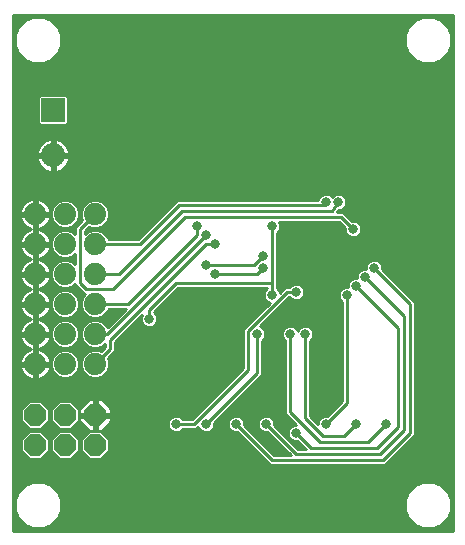
<source format=gbl>
G75*
G70*
%OFA0B0*%
%FSLAX24Y24*%
%IPPOS*%
%LPD*%
%AMOC8*
5,1,8,0,0,1.08239X$1,22.5*
%
%ADD10OC8,0.0740*%
%ADD11C,0.0740*%
%ADD12R,0.0800X0.0800*%
%ADD13C,0.0800*%
%ADD14C,0.0100*%
%ADD15C,0.0317*%
D10*
X001350Y003550D03*
X001350Y004550D03*
X002350Y004550D03*
X002350Y003550D03*
X003350Y003550D03*
X003350Y004550D03*
D11*
X003350Y006250D03*
X003350Y007250D03*
X003350Y008250D03*
X003350Y009250D03*
X003350Y010250D03*
X003350Y011250D03*
X002350Y011250D03*
X002350Y010250D03*
X002350Y009250D03*
X002350Y008250D03*
X002350Y007250D03*
X002350Y006250D03*
X001350Y006250D03*
X001350Y007250D03*
X001350Y008250D03*
X001350Y009250D03*
X001350Y010250D03*
X001350Y011250D03*
D12*
X001950Y014720D03*
D13*
X001950Y013202D03*
D14*
X000600Y017896D02*
X000600Y000700D01*
X015270Y000700D01*
X015270Y017896D01*
X000600Y017896D01*
X000600Y017886D02*
X015270Y017886D01*
X015270Y017788D02*
X014707Y017788D01*
X014605Y017830D02*
X014892Y017711D01*
X015111Y017492D01*
X015270Y017492D01*
X015270Y017394D02*
X015152Y017394D01*
X015111Y017492D02*
X015230Y017205D01*
X015230Y016895D01*
X015111Y016608D01*
X014892Y016389D01*
X014605Y016270D01*
X014295Y016270D01*
X014008Y016389D01*
X013789Y016608D01*
X013670Y016895D01*
X013670Y017205D01*
X013789Y017492D01*
X002111Y017492D01*
X001892Y017711D01*
X001605Y017830D01*
X001295Y017830D01*
X001008Y017711D01*
X000789Y017492D01*
X000600Y017492D01*
X000600Y017394D02*
X000748Y017394D01*
X000789Y017492D02*
X000670Y017205D01*
X000670Y016895D01*
X000789Y016608D01*
X001008Y016389D01*
X001295Y016270D01*
X001605Y016270D01*
X001892Y016389D01*
X002111Y016608D01*
X002230Y016895D01*
X002230Y017205D01*
X002111Y017492D01*
X002152Y017394D02*
X013748Y017394D01*
X013789Y017492D02*
X014008Y017711D01*
X014295Y017830D01*
X014605Y017830D01*
X014914Y017689D02*
X015270Y017689D01*
X015270Y017591D02*
X015012Y017591D01*
X015193Y017295D02*
X015270Y017295D01*
X015270Y017197D02*
X015230Y017197D01*
X015230Y017098D02*
X015270Y017098D01*
X015270Y017000D02*
X015230Y017000D01*
X015230Y016901D02*
X015270Y016901D01*
X015270Y016803D02*
X015192Y016803D01*
X015151Y016704D02*
X015270Y016704D01*
X015270Y016606D02*
X015109Y016606D01*
X015010Y016507D02*
X015270Y016507D01*
X015270Y016409D02*
X014912Y016409D01*
X014702Y016310D02*
X015270Y016310D01*
X015270Y016212D02*
X000600Y016212D01*
X000600Y016310D02*
X001198Y016310D01*
X000988Y016409D02*
X000600Y016409D01*
X000600Y016507D02*
X000890Y016507D01*
X000791Y016606D02*
X000600Y016606D01*
X000600Y016704D02*
X000749Y016704D01*
X000708Y016803D02*
X000600Y016803D01*
X000600Y016901D02*
X000670Y016901D01*
X000670Y017000D02*
X000600Y017000D01*
X000600Y017098D02*
X000670Y017098D01*
X000670Y017197D02*
X000600Y017197D01*
X000600Y017295D02*
X000707Y017295D01*
X000600Y017591D02*
X000888Y017591D01*
X000986Y017689D02*
X000600Y017689D01*
X000600Y017788D02*
X001193Y017788D01*
X001707Y017788D02*
X014193Y017788D01*
X013986Y017689D02*
X001914Y017689D01*
X002012Y017591D02*
X013888Y017591D01*
X013707Y017295D02*
X002193Y017295D01*
X002230Y017197D02*
X013670Y017197D01*
X013670Y017098D02*
X002230Y017098D01*
X002230Y017000D02*
X013670Y017000D01*
X013670Y016901D02*
X002230Y016901D01*
X002192Y016803D02*
X013708Y016803D01*
X013749Y016704D02*
X002151Y016704D01*
X002109Y016606D02*
X013791Y016606D01*
X013890Y016507D02*
X002010Y016507D01*
X001912Y016409D02*
X013988Y016409D01*
X014198Y016310D02*
X001702Y016310D01*
X001504Y015230D02*
X001440Y015166D01*
X001440Y014274D01*
X001504Y014210D01*
X002396Y014210D01*
X002460Y014274D01*
X002460Y015166D01*
X002396Y015230D01*
X001504Y015230D01*
X001501Y015227D02*
X000600Y015227D01*
X000600Y015325D02*
X015270Y015325D01*
X015270Y015227D02*
X002399Y015227D01*
X002460Y015128D02*
X015270Y015128D01*
X015270Y015030D02*
X002460Y015030D01*
X002460Y014931D02*
X015270Y014931D01*
X015270Y014833D02*
X002460Y014833D01*
X002460Y014734D02*
X015270Y014734D01*
X015270Y014636D02*
X002460Y014636D01*
X002460Y014537D02*
X015270Y014537D01*
X015270Y014439D02*
X002460Y014439D01*
X002460Y014340D02*
X015270Y014340D01*
X015270Y014242D02*
X002427Y014242D01*
X002161Y013712D02*
X002079Y013739D01*
X002000Y013751D01*
X002000Y013252D01*
X002499Y013252D01*
X002486Y013331D01*
X002460Y013413D01*
X002420Y013490D01*
X002370Y013560D01*
X002308Y013622D01*
X002238Y013672D01*
X002161Y013712D01*
X002268Y013651D02*
X015270Y013651D01*
X015270Y013749D02*
X002012Y013749D01*
X002000Y013749D02*
X001900Y013749D01*
X001900Y013751D02*
X001821Y013739D01*
X001739Y013712D01*
X001662Y013672D01*
X001592Y013622D01*
X001530Y013560D01*
X001480Y013490D01*
X001440Y013413D01*
X001414Y013331D01*
X001401Y013252D01*
X001900Y013252D01*
X001900Y013152D01*
X002000Y013152D01*
X002000Y012653D01*
X002079Y012666D01*
X002161Y012692D01*
X002238Y012732D01*
X002308Y012783D01*
X002370Y012844D01*
X002420Y012914D01*
X002460Y012991D01*
X002486Y013073D01*
X002499Y013152D01*
X002000Y013152D01*
X002000Y013252D01*
X001900Y013252D01*
X001900Y013751D01*
X001888Y013749D02*
X000600Y013749D01*
X000600Y013651D02*
X001632Y013651D01*
X001524Y013552D02*
X000600Y013552D01*
X000600Y013454D02*
X001461Y013454D01*
X001421Y013355D02*
X000600Y013355D01*
X000600Y013257D02*
X001402Y013257D01*
X001401Y013152D02*
X001414Y013073D01*
X001440Y012991D01*
X001480Y012914D01*
X001530Y012844D01*
X001592Y012783D01*
X001662Y012732D01*
X001739Y012692D01*
X001821Y012666D01*
X001900Y012653D01*
X001900Y013152D01*
X001401Y013152D01*
X001418Y013060D02*
X000600Y013060D01*
X000600Y013158D02*
X001900Y013158D01*
X001900Y013060D02*
X002000Y013060D01*
X002000Y013158D02*
X015270Y013158D01*
X015270Y013060D02*
X002482Y013060D01*
X002444Y012961D02*
X015270Y012961D01*
X015270Y012863D02*
X002383Y012863D01*
X002283Y012764D02*
X015270Y012764D01*
X015270Y012666D02*
X002078Y012666D01*
X002000Y012666D02*
X001900Y012666D01*
X001822Y012666D02*
X000600Y012666D01*
X000600Y012764D02*
X001617Y012764D01*
X001517Y012863D02*
X000600Y012863D01*
X000600Y012961D02*
X001456Y012961D01*
X001900Y012961D02*
X002000Y012961D01*
X002000Y012863D02*
X001900Y012863D01*
X001900Y012764D02*
X002000Y012764D01*
X002000Y013257D02*
X001900Y013257D01*
X001900Y013355D02*
X002000Y013355D01*
X002000Y013454D02*
X001900Y013454D01*
X001900Y013552D02*
X002000Y013552D01*
X002000Y013651D02*
X001900Y013651D01*
X002376Y013552D02*
X015270Y013552D01*
X015270Y013454D02*
X002439Y013454D01*
X002479Y013355D02*
X015270Y013355D01*
X015270Y013257D02*
X002498Y013257D01*
X001473Y014242D02*
X000600Y014242D01*
X000600Y014340D02*
X001440Y014340D01*
X001440Y014439D02*
X000600Y014439D01*
X000600Y014537D02*
X001440Y014537D01*
X001440Y014636D02*
X000600Y014636D01*
X000600Y014734D02*
X001440Y014734D01*
X001440Y014833D02*
X000600Y014833D01*
X000600Y014931D02*
X001440Y014931D01*
X001440Y015030D02*
X000600Y015030D01*
X000600Y015128D02*
X001440Y015128D01*
X000600Y015424D02*
X015270Y015424D01*
X015270Y015522D02*
X000600Y015522D01*
X000600Y015621D02*
X015270Y015621D01*
X015270Y015719D02*
X000600Y015719D01*
X000600Y015818D02*
X015270Y015818D01*
X015270Y015916D02*
X000600Y015916D01*
X000600Y016015D02*
X015270Y016015D01*
X015270Y016113D02*
X000600Y016113D01*
X000600Y014143D02*
X015270Y014143D01*
X015270Y014045D02*
X000600Y014045D01*
X000600Y013946D02*
X015270Y013946D01*
X015270Y013848D02*
X000600Y013848D01*
X000600Y012567D02*
X015270Y012567D01*
X015270Y012469D02*
X000600Y012469D01*
X000600Y012370D02*
X015270Y012370D01*
X015270Y012272D02*
X000600Y012272D01*
X000600Y012173D02*
X015270Y012173D01*
X015270Y012075D02*
X000600Y012075D01*
X000600Y011976D02*
X015270Y011976D01*
X015270Y011878D02*
X011602Y011878D01*
X011503Y011918D01*
X011397Y011918D01*
X011298Y011878D01*
X011250Y011830D01*
X011202Y011878D01*
X011103Y011918D01*
X010997Y011918D01*
X010898Y011878D01*
X010822Y011802D01*
X010784Y011710D01*
X006084Y011710D01*
X005990Y011616D01*
X004784Y010410D01*
X003803Y010410D01*
X003757Y010522D01*
X003622Y010657D01*
X003445Y010730D01*
X003255Y010730D01*
X003078Y010657D01*
X003010Y010589D01*
X003010Y010684D01*
X003143Y010816D01*
X003255Y010770D01*
X003445Y010770D01*
X003622Y010843D01*
X003757Y010978D01*
X003830Y011155D01*
X003830Y011345D01*
X003757Y011522D01*
X003622Y011657D01*
X003445Y011730D01*
X003255Y011730D01*
X003078Y011657D01*
X002943Y011522D01*
X002870Y011345D01*
X002870Y011155D01*
X002916Y011043D01*
X002784Y010910D01*
X002690Y010816D01*
X002690Y010589D01*
X002622Y010657D01*
X002445Y010730D01*
X002255Y010730D01*
X002078Y010657D01*
X001943Y010522D01*
X001870Y010345D01*
X001870Y010155D01*
X001943Y009978D01*
X002078Y009843D01*
X002255Y009770D01*
X002445Y009770D01*
X002622Y009843D01*
X002690Y009911D01*
X002690Y009589D01*
X002622Y009657D01*
X002445Y009730D01*
X002255Y009730D01*
X002078Y009657D01*
X001943Y009522D01*
X001870Y009345D01*
X001870Y009155D01*
X001943Y008978D01*
X002078Y008843D01*
X002255Y008770D01*
X002445Y008770D01*
X002622Y008843D01*
X002690Y008911D01*
X002690Y008884D01*
X002890Y008684D01*
X002984Y008590D01*
X003011Y008590D01*
X002943Y008522D01*
X002870Y008345D01*
X002870Y008155D01*
X002943Y007978D01*
X003078Y007843D01*
X003255Y007770D01*
X003445Y007770D01*
X003622Y007843D01*
X003757Y007978D01*
X003803Y008090D01*
X004364Y008090D01*
X003768Y007495D01*
X003757Y007522D01*
X003622Y007657D01*
X003445Y007730D01*
X003255Y007730D01*
X003078Y007657D01*
X002943Y007522D01*
X002870Y007345D01*
X002870Y007155D01*
X002943Y006978D01*
X003078Y006843D01*
X003255Y006770D01*
X003445Y006770D01*
X003622Y006843D01*
X003690Y006911D01*
X003690Y006816D01*
X003557Y006684D01*
X003445Y006730D01*
X003255Y006730D01*
X003078Y006657D01*
X002943Y006522D01*
X002870Y006345D01*
X002870Y006155D01*
X002943Y005978D01*
X003078Y005843D01*
X003255Y005770D01*
X003445Y005770D01*
X003622Y005843D01*
X003757Y005978D01*
X003830Y006155D01*
X003830Y006345D01*
X003784Y006457D01*
X004010Y006684D01*
X004010Y006984D01*
X004918Y007892D01*
X004882Y007803D01*
X004882Y007697D01*
X004922Y007598D01*
X004998Y007522D01*
X005097Y007482D01*
X005203Y007482D01*
X005302Y007522D01*
X005378Y007598D01*
X005418Y007697D01*
X005418Y007803D01*
X005378Y007902D01*
X005310Y007970D01*
X005310Y007984D01*
X006116Y008790D01*
X009090Y008790D01*
X009090Y008770D01*
X009022Y008702D01*
X008982Y008603D01*
X008982Y008497D01*
X009022Y008398D01*
X009098Y008322D01*
X009167Y008294D01*
X008290Y007416D01*
X008290Y006116D01*
X006584Y004410D01*
X006270Y004410D01*
X006202Y004478D01*
X006103Y004518D01*
X005997Y004518D01*
X005898Y004478D01*
X005822Y004402D01*
X005782Y004303D01*
X005782Y004197D01*
X005822Y004098D01*
X005898Y004022D01*
X005997Y003982D01*
X006103Y003982D01*
X006202Y004022D01*
X006270Y004090D01*
X006716Y004090D01*
X006794Y004167D01*
X006822Y004098D01*
X006898Y004022D01*
X006997Y003982D01*
X007103Y003982D01*
X007202Y004022D01*
X007278Y004098D01*
X007318Y004197D01*
X007318Y004292D01*
X008910Y005884D01*
X008910Y007030D01*
X008978Y007098D01*
X009018Y007197D01*
X009018Y007303D01*
X008978Y007402D01*
X008902Y007478D01*
X008833Y007506D01*
X009816Y008490D01*
X009830Y008490D01*
X009898Y008422D01*
X009997Y008382D01*
X010103Y008382D01*
X010202Y008422D01*
X010278Y008498D01*
X010318Y008597D01*
X010318Y008703D01*
X010278Y008802D01*
X010202Y008878D01*
X010103Y008918D01*
X009997Y008918D01*
X009898Y008878D01*
X009830Y008810D01*
X009684Y008810D01*
X009590Y008716D01*
X009506Y008633D01*
X009478Y008702D01*
X009410Y008770D01*
X009410Y010630D01*
X009478Y010698D01*
X009518Y010797D01*
X009518Y010903D01*
X009483Y010990D01*
X011484Y010990D01*
X011682Y010792D01*
X011682Y010697D01*
X011722Y010598D01*
X011798Y010522D01*
X011897Y010482D01*
X012003Y010482D01*
X012102Y010522D01*
X012178Y010598D01*
X012218Y010697D01*
X012218Y010803D01*
X012178Y010902D01*
X012102Y010978D01*
X012003Y011018D01*
X011908Y011018D01*
X011710Y011216D01*
X011710Y011216D01*
X011616Y011310D01*
X011416Y011310D01*
X011463Y011382D01*
X011503Y011382D01*
X011602Y011422D01*
X011678Y011498D01*
X011718Y011597D01*
X011718Y011703D01*
X011678Y011802D01*
X011602Y011878D01*
X011687Y011779D02*
X015270Y011779D01*
X015270Y011681D02*
X011718Y011681D01*
X011712Y011582D02*
X015270Y011582D01*
X015270Y011484D02*
X011663Y011484D01*
X011512Y011385D02*
X015270Y011385D01*
X015270Y011287D02*
X011640Y011287D01*
X011738Y011188D02*
X015270Y011188D01*
X015270Y011090D02*
X011837Y011090D01*
X012070Y010991D02*
X015270Y010991D01*
X015270Y010893D02*
X012182Y010893D01*
X012218Y010794D02*
X015270Y010794D01*
X015270Y010696D02*
X012218Y010696D01*
X012177Y010597D02*
X015270Y010597D01*
X015270Y010499D02*
X012044Y010499D01*
X011856Y010499D02*
X009410Y010499D01*
X009410Y010597D02*
X011723Y010597D01*
X011682Y010696D02*
X009475Y010696D01*
X009517Y010794D02*
X011680Y010794D01*
X011581Y010893D02*
X009518Y010893D01*
X009250Y010850D02*
X009250Y008950D01*
X006050Y008950D01*
X005150Y008050D01*
X005150Y007750D01*
X005342Y007938D02*
X008811Y007938D01*
X008910Y008036D02*
X005362Y008036D01*
X005461Y008135D02*
X009008Y008135D01*
X009107Y008233D02*
X005559Y008233D01*
X005658Y008332D02*
X009089Y008332D01*
X009009Y008430D02*
X005756Y008430D01*
X005855Y008529D02*
X008982Y008529D01*
X008991Y008627D02*
X005953Y008627D01*
X006052Y008726D02*
X009046Y008726D01*
X009250Y008550D02*
X009250Y008950D01*
X009410Y008923D02*
X011789Y008923D01*
X011782Y008903D02*
X011782Y008818D01*
X011697Y008818D01*
X011598Y008778D01*
X011522Y008702D01*
X011482Y008603D01*
X011482Y008497D01*
X011522Y008398D01*
X011590Y008330D01*
X011590Y005016D01*
X011092Y004518D01*
X010997Y004518D01*
X010898Y004478D01*
X010822Y004402D01*
X010782Y004303D01*
X010782Y004245D01*
X010510Y004516D01*
X010510Y007030D01*
X010578Y007098D01*
X010618Y007197D01*
X010618Y007303D01*
X010578Y007402D01*
X010502Y007478D01*
X010403Y007518D01*
X010297Y007518D01*
X010198Y007478D01*
X010122Y007402D01*
X010100Y007348D01*
X010078Y007402D01*
X010002Y007478D01*
X009903Y007518D01*
X009797Y007518D01*
X009698Y007478D01*
X009622Y007402D01*
X009582Y007303D01*
X009582Y007197D01*
X009622Y007098D01*
X009690Y007030D01*
X009690Y004584D01*
X010055Y004218D01*
X009997Y004218D01*
X009898Y004178D01*
X009822Y004102D01*
X009782Y004003D01*
X009782Y003897D01*
X009822Y003798D01*
X009898Y003722D01*
X009997Y003682D01*
X010092Y003682D01*
X010364Y003410D01*
X010116Y003410D01*
X009318Y004208D01*
X009318Y004303D01*
X009278Y004402D01*
X009202Y004478D01*
X009103Y004518D01*
X008997Y004518D01*
X008898Y004478D01*
X008822Y004402D01*
X008782Y004303D01*
X008782Y004197D01*
X008822Y004098D01*
X008898Y004022D01*
X008997Y003982D01*
X009092Y003982D01*
X009864Y003210D01*
X009316Y003210D01*
X008318Y004208D01*
X008318Y004303D01*
X008278Y004402D01*
X008202Y004478D01*
X008103Y004518D01*
X007997Y004518D01*
X007898Y004478D01*
X007822Y004402D01*
X007782Y004303D01*
X007782Y004197D01*
X007822Y004098D01*
X007898Y004022D01*
X007997Y003982D01*
X008092Y003982D01*
X009184Y002890D01*
X013016Y002890D01*
X013110Y002984D01*
X014010Y003884D01*
X014010Y008316D01*
X013916Y008410D01*
X012918Y009408D01*
X012918Y009503D01*
X012878Y009602D01*
X012802Y009678D01*
X012703Y009718D01*
X012597Y009718D01*
X012498Y009678D01*
X012422Y009602D01*
X012382Y009503D01*
X012382Y009418D01*
X012297Y009418D01*
X012198Y009378D01*
X012122Y009302D01*
X012082Y009203D01*
X012082Y009118D01*
X011997Y009118D01*
X011898Y009078D01*
X011822Y009002D01*
X011782Y008903D01*
X011782Y008824D02*
X010256Y008824D01*
X010309Y008726D02*
X011546Y008726D01*
X011491Y008627D02*
X010318Y008627D01*
X010290Y008529D02*
X011482Y008529D01*
X011509Y008430D02*
X010210Y008430D01*
X010050Y008650D02*
X009750Y008650D01*
X008450Y007350D01*
X008450Y006050D01*
X006650Y004250D01*
X006050Y004250D01*
X005958Y003998D02*
X003581Y003998D01*
X003565Y004030D02*
X003870Y004335D01*
X003870Y004500D01*
X003400Y004500D01*
X003400Y004600D01*
X003870Y004600D01*
X003870Y004765D01*
X003565Y005070D01*
X003400Y005070D01*
X003400Y004600D01*
X003300Y004600D01*
X003300Y005070D01*
X003135Y005070D01*
X002830Y004765D01*
X002830Y004600D01*
X003300Y004600D01*
X003300Y004500D01*
X003400Y004500D01*
X003400Y004030D01*
X003565Y004030D01*
X003549Y004030D02*
X003151Y004030D01*
X002870Y003749D01*
X002870Y003351D01*
X003151Y003070D01*
X003549Y003070D01*
X003830Y003351D01*
X003830Y003749D01*
X003549Y004030D01*
X003631Y004096D02*
X005824Y004096D01*
X005782Y004195D02*
X003730Y004195D01*
X003828Y004293D02*
X005782Y004293D01*
X005818Y004392D02*
X003870Y004392D01*
X003870Y004490D02*
X005928Y004490D01*
X006172Y004490D02*
X006664Y004490D01*
X006762Y004589D02*
X003400Y004589D01*
X003400Y004687D02*
X003300Y004687D01*
X003300Y004589D02*
X002830Y004589D01*
X002830Y004500D02*
X002830Y004335D01*
X003135Y004030D01*
X003300Y004030D01*
X003300Y004500D01*
X002830Y004500D01*
X002830Y004490D02*
X002830Y004490D01*
X002830Y004392D02*
X002830Y004392D01*
X002830Y004351D02*
X002549Y004070D01*
X002151Y004070D01*
X001870Y004351D01*
X001870Y004749D01*
X002151Y005030D01*
X002549Y005030D01*
X002830Y004749D01*
X002830Y004351D01*
X002872Y004293D02*
X002772Y004293D01*
X002673Y004195D02*
X002970Y004195D01*
X003069Y004096D02*
X002575Y004096D01*
X002549Y004030D02*
X002151Y004030D01*
X001870Y003749D01*
X001870Y003351D01*
X002151Y003070D01*
X002549Y003070D01*
X002830Y003351D01*
X002830Y003749D01*
X002549Y004030D01*
X002581Y003998D02*
X003119Y003998D01*
X003020Y003899D02*
X002680Y003899D01*
X002778Y003801D02*
X002922Y003801D01*
X002870Y003702D02*
X002830Y003702D01*
X002830Y003604D02*
X002870Y003604D01*
X002870Y003505D02*
X002830Y003505D01*
X002830Y003407D02*
X002870Y003407D01*
X002913Y003308D02*
X002787Y003308D01*
X002688Y003210D02*
X003012Y003210D01*
X003110Y003111D02*
X002590Y003111D01*
X002110Y003111D02*
X001590Y003111D01*
X001549Y003070D02*
X001830Y003351D01*
X001830Y003749D01*
X001549Y004030D01*
X001151Y004030D01*
X000870Y003749D01*
X000870Y003351D01*
X001151Y003070D01*
X001549Y003070D01*
X001688Y003210D02*
X002012Y003210D01*
X001913Y003308D02*
X001787Y003308D01*
X001830Y003407D02*
X001870Y003407D01*
X001870Y003505D02*
X001830Y003505D01*
X001830Y003604D02*
X001870Y003604D01*
X001870Y003702D02*
X001830Y003702D01*
X001778Y003801D02*
X001922Y003801D01*
X002020Y003899D02*
X001680Y003899D01*
X001581Y003998D02*
X002119Y003998D01*
X002125Y004096D02*
X001575Y004096D01*
X001549Y004070D02*
X001830Y004351D01*
X001830Y004749D01*
X001549Y005030D01*
X001151Y005030D01*
X000870Y004749D01*
X000870Y004351D01*
X001151Y004070D01*
X001549Y004070D01*
X001673Y004195D02*
X002027Y004195D01*
X001928Y004293D02*
X001772Y004293D01*
X001830Y004392D02*
X001870Y004392D01*
X001870Y004490D02*
X001830Y004490D01*
X001830Y004589D02*
X001870Y004589D01*
X001870Y004687D02*
X001830Y004687D01*
X001793Y004786D02*
X001907Y004786D01*
X002005Y004884D02*
X001695Y004884D01*
X001596Y004983D02*
X002104Y004983D01*
X002596Y004983D02*
X003047Y004983D01*
X002949Y004884D02*
X002695Y004884D01*
X002793Y004786D02*
X002850Y004786D01*
X002830Y004687D02*
X002830Y004687D01*
X003300Y004786D02*
X003400Y004786D01*
X003400Y004884D02*
X003300Y004884D01*
X003300Y004983D02*
X003400Y004983D01*
X003653Y004983D02*
X007156Y004983D01*
X007255Y005081D02*
X000600Y005081D01*
X000600Y004983D02*
X001104Y004983D01*
X001005Y004884D02*
X000600Y004884D01*
X000600Y004786D02*
X000907Y004786D01*
X000870Y004687D02*
X000600Y004687D01*
X000600Y004589D02*
X000870Y004589D01*
X000870Y004490D02*
X000600Y004490D01*
X000600Y004392D02*
X000870Y004392D01*
X000928Y004293D02*
X000600Y004293D01*
X000600Y004195D02*
X001027Y004195D01*
X001125Y004096D02*
X000600Y004096D01*
X000600Y003998D02*
X001119Y003998D01*
X001020Y003899D02*
X000600Y003899D01*
X000600Y003801D02*
X000922Y003801D01*
X000870Y003702D02*
X000600Y003702D01*
X000600Y003604D02*
X000870Y003604D01*
X000870Y003505D02*
X000600Y003505D01*
X000600Y003407D02*
X000870Y003407D01*
X000913Y003308D02*
X000600Y003308D01*
X000600Y003210D02*
X001012Y003210D01*
X001110Y003111D02*
X000600Y003111D01*
X000600Y003013D02*
X009061Y003013D01*
X008963Y003111D02*
X003590Y003111D01*
X003688Y003210D02*
X008864Y003210D01*
X008766Y003308D02*
X003787Y003308D01*
X003830Y003407D02*
X008667Y003407D01*
X008569Y003505D02*
X003830Y003505D01*
X003830Y003604D02*
X008470Y003604D01*
X008372Y003702D02*
X003830Y003702D01*
X003778Y003801D02*
X008273Y003801D01*
X008175Y003899D02*
X003680Y003899D01*
X003400Y004096D02*
X003300Y004096D01*
X003300Y004195D02*
X003400Y004195D01*
X003400Y004293D02*
X003300Y004293D01*
X003300Y004392D02*
X003400Y004392D01*
X003400Y004490D02*
X003300Y004490D01*
X003751Y004884D02*
X007058Y004884D01*
X006959Y004786D02*
X003850Y004786D01*
X003870Y004687D02*
X006861Y004687D01*
X007050Y004250D02*
X008750Y005950D01*
X008750Y007250D01*
X009018Y007248D02*
X009582Y007248D01*
X009599Y007347D02*
X009001Y007347D01*
X008935Y007445D02*
X009665Y007445D01*
X009850Y007250D02*
X009850Y004650D01*
X010850Y003650D01*
X012450Y003650D01*
X013050Y004250D01*
X013450Y004150D02*
X013450Y007450D01*
X012050Y008850D01*
X011841Y009021D02*
X009410Y009021D01*
X009410Y009120D02*
X012082Y009120D01*
X012088Y009218D02*
X009410Y009218D01*
X009410Y009317D02*
X012137Y009317D01*
X012288Y009415D02*
X009410Y009415D01*
X009410Y009514D02*
X012386Y009514D01*
X012432Y009612D02*
X009410Y009612D01*
X009410Y009711D02*
X012578Y009711D01*
X012722Y009711D02*
X015270Y009711D01*
X015270Y009809D02*
X009410Y009809D01*
X009410Y009908D02*
X015270Y009908D01*
X015270Y010006D02*
X009410Y010006D01*
X009410Y010105D02*
X015270Y010105D01*
X015270Y010203D02*
X009410Y010203D01*
X009410Y010302D02*
X015270Y010302D01*
X015270Y010400D02*
X009410Y010400D01*
X008950Y009850D02*
X008650Y009550D01*
X007050Y009550D01*
X007350Y009250D02*
X008750Y009250D01*
X008950Y009450D01*
X009410Y008824D02*
X009844Y008824D01*
X009599Y008726D02*
X009454Y008726D01*
X009756Y008430D02*
X009890Y008430D01*
X009658Y008332D02*
X011589Y008332D01*
X011590Y008233D02*
X009559Y008233D01*
X009461Y008135D02*
X011590Y008135D01*
X011590Y008036D02*
X009362Y008036D01*
X009264Y007938D02*
X011590Y007938D01*
X011590Y007839D02*
X009165Y007839D01*
X009067Y007741D02*
X011590Y007741D01*
X011590Y007642D02*
X008968Y007642D01*
X008870Y007544D02*
X011590Y007544D01*
X011590Y007445D02*
X010535Y007445D01*
X010601Y007347D02*
X011590Y007347D01*
X011590Y007248D02*
X010618Y007248D01*
X010599Y007150D02*
X011590Y007150D01*
X011590Y007051D02*
X010531Y007051D01*
X010510Y006953D02*
X011590Y006953D01*
X011590Y006854D02*
X010510Y006854D01*
X010510Y006756D02*
X011590Y006756D01*
X011590Y006657D02*
X010510Y006657D01*
X010510Y006559D02*
X011590Y006559D01*
X011590Y006460D02*
X010510Y006460D01*
X010510Y006362D02*
X011590Y006362D01*
X011590Y006263D02*
X010510Y006263D01*
X010510Y006165D02*
X011590Y006165D01*
X011590Y006066D02*
X010510Y006066D01*
X010510Y005968D02*
X011590Y005968D01*
X011590Y005869D02*
X010510Y005869D01*
X010510Y005771D02*
X011590Y005771D01*
X011590Y005672D02*
X010510Y005672D01*
X010510Y005574D02*
X011590Y005574D01*
X011590Y005475D02*
X010510Y005475D01*
X010510Y005377D02*
X011590Y005377D01*
X011590Y005278D02*
X010510Y005278D01*
X010510Y005180D02*
X011590Y005180D01*
X011590Y005081D02*
X010510Y005081D01*
X010510Y004983D02*
X011556Y004983D01*
X011458Y004884D02*
X010510Y004884D01*
X010510Y004786D02*
X011359Y004786D01*
X011261Y004687D02*
X010510Y004687D01*
X010510Y004589D02*
X011162Y004589D01*
X010928Y004490D02*
X010536Y004490D01*
X010635Y004392D02*
X010818Y004392D01*
X010782Y004293D02*
X010733Y004293D01*
X011050Y004250D02*
X011750Y004950D01*
X011750Y008550D01*
X012350Y009150D02*
X013650Y007850D01*
X013650Y004050D01*
X012850Y003250D01*
X010050Y003250D01*
X009050Y004250D01*
X008958Y003998D02*
X008529Y003998D01*
X008430Y004096D02*
X008824Y004096D01*
X008782Y004195D02*
X008332Y004195D01*
X008318Y004293D02*
X008782Y004293D01*
X008818Y004392D02*
X008282Y004392D01*
X008172Y004490D02*
X008928Y004490D01*
X009172Y004490D02*
X009784Y004490D01*
X009690Y004589D02*
X007615Y004589D01*
X007713Y004687D02*
X009690Y004687D01*
X009690Y004786D02*
X007812Y004786D01*
X007910Y004884D02*
X009690Y004884D01*
X009690Y004983D02*
X008009Y004983D01*
X008107Y005081D02*
X009690Y005081D01*
X009690Y005180D02*
X008206Y005180D01*
X008304Y005278D02*
X009690Y005278D01*
X009690Y005377D02*
X008403Y005377D01*
X008501Y005475D02*
X009690Y005475D01*
X009690Y005574D02*
X008600Y005574D01*
X008698Y005672D02*
X009690Y005672D01*
X009690Y005771D02*
X008797Y005771D01*
X008895Y005869D02*
X009690Y005869D01*
X009690Y005968D02*
X008910Y005968D01*
X008910Y006066D02*
X009690Y006066D01*
X009690Y006165D02*
X008910Y006165D01*
X008910Y006263D02*
X009690Y006263D01*
X009690Y006362D02*
X008910Y006362D01*
X008910Y006460D02*
X009690Y006460D01*
X009690Y006559D02*
X008910Y006559D01*
X008910Y006657D02*
X009690Y006657D01*
X009690Y006756D02*
X008910Y006756D01*
X008910Y006854D02*
X009690Y006854D01*
X009690Y006953D02*
X008910Y006953D01*
X008931Y007051D02*
X009669Y007051D01*
X009601Y007150D02*
X008999Y007150D01*
X008516Y007642D02*
X005396Y007642D01*
X005418Y007741D02*
X008614Y007741D01*
X008713Y007839D02*
X005404Y007839D01*
X005323Y007544D02*
X008417Y007544D01*
X008319Y007445D02*
X004471Y007445D01*
X004373Y007347D02*
X008290Y007347D01*
X008290Y007248D02*
X004274Y007248D01*
X004176Y007150D02*
X008290Y007150D01*
X008290Y007051D02*
X004077Y007051D01*
X004010Y006953D02*
X008290Y006953D01*
X008290Y006854D02*
X004010Y006854D01*
X004010Y006756D02*
X008290Y006756D01*
X008290Y006657D02*
X003983Y006657D01*
X003885Y006559D02*
X008290Y006559D01*
X008290Y006460D02*
X003786Y006460D01*
X003823Y006362D02*
X008290Y006362D01*
X008290Y006263D02*
X003830Y006263D01*
X003830Y006165D02*
X008290Y006165D01*
X008240Y006066D02*
X003793Y006066D01*
X003746Y005968D02*
X008141Y005968D01*
X008043Y005869D02*
X003648Y005869D01*
X003447Y005771D02*
X007944Y005771D01*
X007846Y005672D02*
X000600Y005672D01*
X000600Y005574D02*
X007747Y005574D01*
X007649Y005475D02*
X000600Y005475D01*
X000600Y005377D02*
X007550Y005377D01*
X007452Y005278D02*
X000600Y005278D01*
X000600Y005180D02*
X007353Y005180D01*
X007516Y004490D02*
X007928Y004490D01*
X007818Y004392D02*
X007418Y004392D01*
X007319Y004293D02*
X007782Y004293D01*
X007782Y004195D02*
X007318Y004195D01*
X007276Y004096D02*
X007824Y004096D01*
X007958Y003998D02*
X007142Y003998D01*
X006958Y003998D02*
X006142Y003998D01*
X006722Y004096D02*
X006824Y004096D01*
X008050Y004250D02*
X009250Y003050D01*
X012950Y003050D01*
X013850Y003950D01*
X013850Y008250D01*
X012650Y009450D01*
X012868Y009612D02*
X015270Y009612D01*
X015270Y009514D02*
X012914Y009514D01*
X012918Y009415D02*
X015270Y009415D01*
X015270Y009317D02*
X013010Y009317D01*
X013108Y009218D02*
X015270Y009218D01*
X015270Y009120D02*
X013207Y009120D01*
X013305Y009021D02*
X015270Y009021D01*
X015270Y008923D02*
X013404Y008923D01*
X013502Y008824D02*
X015270Y008824D01*
X015270Y008726D02*
X013601Y008726D01*
X013699Y008627D02*
X015270Y008627D01*
X015270Y008529D02*
X013798Y008529D01*
X013896Y008430D02*
X015270Y008430D01*
X015270Y008332D02*
X013995Y008332D01*
X014010Y008233D02*
X015270Y008233D01*
X015270Y008135D02*
X014010Y008135D01*
X014010Y008036D02*
X015270Y008036D01*
X015270Y007938D02*
X014010Y007938D01*
X014010Y007839D02*
X015270Y007839D01*
X015270Y007741D02*
X014010Y007741D01*
X014010Y007642D02*
X015270Y007642D01*
X015270Y007544D02*
X014010Y007544D01*
X014010Y007445D02*
X015270Y007445D01*
X015270Y007347D02*
X014010Y007347D01*
X014010Y007248D02*
X015270Y007248D01*
X015270Y007150D02*
X014010Y007150D01*
X014010Y007051D02*
X015270Y007051D01*
X015270Y006953D02*
X014010Y006953D01*
X014010Y006854D02*
X015270Y006854D01*
X015270Y006756D02*
X014010Y006756D01*
X014010Y006657D02*
X015270Y006657D01*
X015270Y006559D02*
X014010Y006559D01*
X014010Y006460D02*
X015270Y006460D01*
X015270Y006362D02*
X014010Y006362D01*
X014010Y006263D02*
X015270Y006263D01*
X015270Y006165D02*
X014010Y006165D01*
X014010Y006066D02*
X015270Y006066D01*
X015270Y005968D02*
X014010Y005968D01*
X014010Y005869D02*
X015270Y005869D01*
X015270Y005771D02*
X014010Y005771D01*
X014010Y005672D02*
X015270Y005672D01*
X015270Y005574D02*
X014010Y005574D01*
X014010Y005475D02*
X015270Y005475D01*
X015270Y005377D02*
X014010Y005377D01*
X014010Y005278D02*
X015270Y005278D01*
X015270Y005180D02*
X014010Y005180D01*
X014010Y005081D02*
X015270Y005081D01*
X015270Y004983D02*
X014010Y004983D01*
X014010Y004884D02*
X015270Y004884D01*
X015270Y004786D02*
X014010Y004786D01*
X014010Y004687D02*
X015270Y004687D01*
X015270Y004589D02*
X014010Y004589D01*
X014010Y004490D02*
X015270Y004490D01*
X015270Y004392D02*
X014010Y004392D01*
X014010Y004293D02*
X015270Y004293D01*
X015270Y004195D02*
X014010Y004195D01*
X014010Y004096D02*
X015270Y004096D01*
X015270Y003998D02*
X014010Y003998D01*
X014010Y003899D02*
X015270Y003899D01*
X015270Y003801D02*
X013927Y003801D01*
X013828Y003702D02*
X015270Y003702D01*
X015270Y003604D02*
X013730Y003604D01*
X013631Y003505D02*
X015270Y003505D01*
X015270Y003407D02*
X013533Y003407D01*
X013434Y003308D02*
X015270Y003308D01*
X015270Y003210D02*
X013336Y003210D01*
X013237Y003111D02*
X015270Y003111D01*
X015270Y003013D02*
X013139Y003013D01*
X013040Y002914D02*
X015270Y002914D01*
X015270Y002816D02*
X000600Y002816D01*
X000600Y002914D02*
X009160Y002914D01*
X009218Y003308D02*
X009766Y003308D01*
X009667Y003407D02*
X009120Y003407D01*
X009021Y003505D02*
X009569Y003505D01*
X009470Y003604D02*
X008923Y003604D01*
X008824Y003702D02*
X009372Y003702D01*
X009273Y003801D02*
X008726Y003801D01*
X008627Y003899D02*
X009175Y003899D01*
X009332Y004195D02*
X009939Y004195D01*
X009981Y004293D02*
X009318Y004293D01*
X009282Y004392D02*
X009882Y004392D01*
X009820Y004096D02*
X009430Y004096D01*
X009529Y003998D02*
X009782Y003998D01*
X009782Y003899D02*
X009627Y003899D01*
X009726Y003801D02*
X009821Y003801D01*
X009824Y003702D02*
X009947Y003702D01*
X009923Y003604D02*
X010170Y003604D01*
X010269Y003505D02*
X010021Y003505D01*
X010050Y003950D02*
X010550Y003450D01*
X012750Y003450D01*
X013450Y004150D01*
X012050Y004250D02*
X011650Y003850D01*
X010950Y003850D01*
X010350Y004450D01*
X010350Y007250D01*
X010165Y007445D02*
X010035Y007445D01*
X007350Y010250D02*
X007050Y010250D01*
X003850Y007050D01*
X003850Y006750D01*
X003350Y006250D01*
X003052Y005869D02*
X002648Y005869D01*
X002622Y005843D02*
X002757Y005978D01*
X002830Y006155D01*
X002830Y006345D01*
X002757Y006522D01*
X002622Y006657D01*
X002445Y006730D01*
X002255Y006730D01*
X002078Y006657D01*
X001943Y006522D01*
X001870Y006345D01*
X001870Y006155D01*
X001943Y005978D01*
X002078Y005843D01*
X002255Y005770D01*
X002445Y005770D01*
X002622Y005843D01*
X002746Y005968D02*
X002954Y005968D01*
X002907Y006066D02*
X002793Y006066D01*
X002830Y006165D02*
X002870Y006165D01*
X002870Y006263D02*
X002830Y006263D01*
X002823Y006362D02*
X002877Y006362D01*
X002917Y006460D02*
X002783Y006460D01*
X002720Y006559D02*
X002980Y006559D01*
X003078Y006657D02*
X002622Y006657D01*
X002622Y006843D02*
X002445Y006770D01*
X002255Y006770D01*
X002078Y006843D01*
X001943Y006978D01*
X001870Y007155D01*
X001870Y007345D01*
X001943Y007522D01*
X002078Y007657D01*
X002255Y007730D01*
X002445Y007730D01*
X002622Y007657D01*
X002757Y007522D01*
X002830Y007345D01*
X002830Y007155D01*
X002757Y006978D01*
X002622Y006843D01*
X002633Y006854D02*
X003067Y006854D01*
X002969Y006953D02*
X002731Y006953D01*
X002787Y007051D02*
X002913Y007051D01*
X002872Y007150D02*
X002828Y007150D01*
X002830Y007248D02*
X002870Y007248D01*
X002870Y007347D02*
X002830Y007347D01*
X002789Y007445D02*
X002911Y007445D01*
X002965Y007544D02*
X002735Y007544D01*
X002637Y007642D02*
X003063Y007642D01*
X003088Y007839D02*
X002612Y007839D01*
X002622Y007843D02*
X002757Y007978D01*
X002830Y008155D01*
X002830Y008345D01*
X002757Y008522D01*
X002622Y008657D01*
X002445Y008730D01*
X002255Y008730D01*
X002078Y008657D01*
X001943Y008522D01*
X001870Y008345D01*
X001870Y008155D01*
X001943Y007978D01*
X002078Y007843D01*
X002255Y007770D01*
X002445Y007770D01*
X002622Y007843D01*
X002716Y007938D02*
X002984Y007938D01*
X002919Y008036D02*
X002781Y008036D01*
X002822Y008135D02*
X002878Y008135D01*
X002870Y008233D02*
X002830Y008233D01*
X002830Y008332D02*
X002870Y008332D01*
X002905Y008430D02*
X002795Y008430D01*
X002750Y008529D02*
X002950Y008529D01*
X002947Y008627D02*
X002652Y008627D01*
X002576Y008824D02*
X002750Y008824D01*
X002848Y008726D02*
X002456Y008726D01*
X002244Y008726D02*
X001562Y008726D01*
X001550Y008732D02*
X001494Y008750D01*
X001550Y008768D01*
X001623Y008805D01*
X001689Y008853D01*
X001747Y008911D01*
X001795Y008977D01*
X001832Y009050D01*
X001857Y009128D01*
X001869Y009200D01*
X001400Y009200D01*
X001400Y009300D01*
X001869Y009300D01*
X001857Y009372D01*
X001832Y009450D01*
X001795Y009523D01*
X001747Y009589D01*
X001689Y009647D01*
X001623Y009695D01*
X001550Y009732D01*
X001494Y009750D01*
X001550Y009768D01*
X001623Y009805D01*
X001689Y009853D01*
X001747Y009911D01*
X001795Y009977D01*
X001832Y010050D01*
X001857Y010128D01*
X001869Y010200D01*
X001400Y010200D01*
X001400Y010300D01*
X001869Y010300D01*
X001857Y010372D01*
X001832Y010450D01*
X001795Y010523D01*
X001747Y010589D01*
X001689Y010647D01*
X001623Y010695D01*
X001550Y010732D01*
X001494Y010750D01*
X001550Y010768D01*
X001623Y010805D01*
X001689Y010853D01*
X001747Y010911D01*
X001795Y010977D01*
X001832Y011050D01*
X001857Y011128D01*
X001869Y011200D01*
X001400Y011200D01*
X001400Y011300D01*
X001300Y011300D01*
X001300Y011769D01*
X001228Y011757D01*
X001150Y011732D01*
X001077Y011695D01*
X001011Y011647D01*
X000953Y011589D01*
X000905Y011523D01*
X000868Y011450D01*
X000843Y011372D01*
X000831Y011300D01*
X001300Y011300D01*
X001300Y011200D01*
X000831Y011200D01*
X000843Y011128D01*
X000868Y011050D01*
X000905Y010977D01*
X000953Y010911D01*
X001011Y010853D01*
X001077Y010805D01*
X001150Y010768D01*
X001206Y010750D01*
X001150Y010732D01*
X001077Y010695D01*
X001011Y010647D01*
X000953Y010589D01*
X000905Y010523D01*
X000868Y010450D01*
X000843Y010372D01*
X000831Y010300D01*
X001300Y010300D01*
X001300Y010769D01*
X001300Y011200D01*
X001400Y011200D01*
X001400Y010300D01*
X001300Y010300D01*
X001300Y010200D01*
X000831Y010200D01*
X000843Y010128D01*
X000868Y010050D01*
X000905Y009977D01*
X000953Y009911D01*
X001011Y009853D01*
X001077Y009805D01*
X001150Y009768D01*
X001206Y009750D01*
X001150Y009732D01*
X001077Y009695D01*
X001011Y009647D01*
X000953Y009589D01*
X000905Y009523D01*
X000868Y009450D01*
X000843Y009372D01*
X000831Y009300D01*
X001300Y009300D01*
X001300Y009769D01*
X001300Y010200D01*
X001400Y010200D01*
X001400Y009300D01*
X001300Y009300D01*
X001300Y009200D01*
X000831Y009200D01*
X000843Y009128D01*
X000868Y009050D01*
X000905Y008977D01*
X000953Y008911D01*
X001011Y008853D01*
X001077Y008805D01*
X001150Y008768D01*
X001206Y008750D01*
X001150Y008732D01*
X001077Y008695D01*
X001011Y008647D01*
X000953Y008589D01*
X000905Y008523D01*
X000868Y008450D01*
X000843Y008372D01*
X000831Y008300D01*
X001300Y008300D01*
X001300Y008769D01*
X001300Y009200D01*
X001400Y009200D01*
X001400Y008300D01*
X001869Y008300D01*
X001857Y008372D01*
X001832Y008450D01*
X001795Y008523D01*
X001747Y008589D01*
X001689Y008647D01*
X001623Y008695D01*
X001550Y008732D01*
X001648Y008824D02*
X002124Y008824D01*
X001999Y008923D02*
X001755Y008923D01*
X001817Y009021D02*
X001925Y009021D01*
X001884Y009120D02*
X001854Y009120D01*
X001870Y009218D02*
X001400Y009218D01*
X001400Y009120D02*
X001300Y009120D01*
X001300Y009218D02*
X000600Y009218D01*
X000600Y009120D02*
X000846Y009120D01*
X000883Y009021D02*
X000600Y009021D01*
X000600Y008923D02*
X000945Y008923D01*
X001052Y008824D02*
X000600Y008824D01*
X000600Y008726D02*
X001138Y008726D01*
X001300Y008726D02*
X001400Y008726D01*
X001400Y008824D02*
X001300Y008824D01*
X001300Y008923D02*
X001400Y008923D01*
X001400Y009021D02*
X001300Y009021D01*
X001300Y009317D02*
X001400Y009317D01*
X001400Y009415D02*
X001300Y009415D01*
X001300Y009514D02*
X001400Y009514D01*
X001400Y009612D02*
X001300Y009612D01*
X001300Y009711D02*
X001400Y009711D01*
X001400Y009809D02*
X001300Y009809D01*
X001300Y009908D02*
X001400Y009908D01*
X001400Y010006D02*
X001300Y010006D01*
X001300Y010105D02*
X001400Y010105D01*
X001400Y010203D02*
X001870Y010203D01*
X001868Y010302D02*
X001870Y010302D01*
X001848Y010400D02*
X001893Y010400D01*
X001933Y010499D02*
X001807Y010499D01*
X001738Y010597D02*
X002018Y010597D01*
X002171Y010696D02*
X001621Y010696D01*
X001600Y010794D02*
X002197Y010794D01*
X002255Y010770D02*
X002078Y010843D01*
X001943Y010978D01*
X001870Y011155D01*
X001870Y011345D01*
X001943Y011522D01*
X002078Y011657D01*
X002255Y011730D01*
X002445Y011730D01*
X002622Y011657D01*
X002757Y011522D01*
X002830Y011345D01*
X002830Y011155D01*
X002757Y010978D01*
X002622Y010843D01*
X002445Y010770D01*
X002255Y010770D01*
X002503Y010794D02*
X002690Y010794D01*
X002690Y010696D02*
X002529Y010696D01*
X002682Y010597D02*
X002690Y010597D01*
X002850Y010750D02*
X002850Y008950D01*
X003050Y008750D01*
X003950Y008750D01*
X006350Y011150D01*
X011550Y011150D01*
X011950Y010750D01*
X011250Y011350D02*
X011450Y011650D01*
X011298Y011878D02*
X011202Y011878D01*
X011050Y011650D02*
X010950Y011550D01*
X006150Y011550D01*
X004850Y010250D01*
X003350Y010250D01*
X003171Y010696D02*
X003022Y010696D01*
X003010Y010597D02*
X003018Y010597D01*
X003120Y010794D02*
X003197Y010794D01*
X003503Y010794D02*
X005168Y010794D01*
X005266Y010893D02*
X003671Y010893D01*
X003762Y010991D02*
X005365Y010991D01*
X005463Y011090D02*
X003803Y011090D01*
X003830Y011188D02*
X005562Y011188D01*
X005660Y011287D02*
X003830Y011287D01*
X003814Y011385D02*
X005759Y011385D01*
X005857Y011484D02*
X003773Y011484D01*
X003697Y011582D02*
X005956Y011582D01*
X005990Y011616D02*
X005990Y011616D01*
X006054Y011681D02*
X003565Y011681D01*
X003135Y011681D02*
X002565Y011681D01*
X002697Y011582D02*
X003003Y011582D01*
X002927Y011484D02*
X002773Y011484D01*
X002814Y011385D02*
X002886Y011385D01*
X002870Y011287D02*
X002830Y011287D01*
X002830Y011188D02*
X002870Y011188D01*
X002897Y011090D02*
X002803Y011090D01*
X002762Y010991D02*
X002865Y010991D01*
X002766Y010893D02*
X002671Y010893D01*
X002850Y010750D02*
X003350Y011250D01*
X003529Y010696D02*
X005069Y010696D01*
X004971Y010597D02*
X003682Y010597D01*
X003767Y010499D02*
X004872Y010499D01*
X004150Y009250D02*
X006250Y011350D01*
X011250Y011350D01*
X010813Y011779D02*
X000600Y011779D01*
X000600Y011681D02*
X001058Y011681D01*
X000948Y011582D02*
X000600Y011582D01*
X000600Y011484D02*
X000885Y011484D01*
X000847Y011385D02*
X000600Y011385D01*
X000600Y011287D02*
X001300Y011287D01*
X001300Y011385D02*
X001400Y011385D01*
X001400Y011300D02*
X001400Y011769D01*
X001472Y011757D01*
X001550Y011732D01*
X001623Y011695D01*
X001689Y011647D01*
X001747Y011589D01*
X001795Y011523D01*
X001832Y011450D01*
X001857Y011372D01*
X001869Y011300D01*
X001400Y011300D01*
X001400Y011287D02*
X001870Y011287D01*
X001867Y011188D02*
X001870Y011188D01*
X001845Y011090D02*
X001897Y011090D01*
X001938Y010991D02*
X001802Y010991D01*
X001728Y010893D02*
X002029Y010893D01*
X001886Y011385D02*
X001853Y011385D01*
X001815Y011484D02*
X001927Y011484D01*
X002003Y011582D02*
X001752Y011582D01*
X001642Y011681D02*
X002135Y011681D01*
X001400Y011681D02*
X001300Y011681D01*
X001300Y011582D02*
X001400Y011582D01*
X001400Y011484D02*
X001300Y011484D01*
X001300Y011188D02*
X001400Y011188D01*
X001400Y011090D02*
X001300Y011090D01*
X001300Y010991D02*
X001400Y010991D01*
X001400Y010893D02*
X001300Y010893D01*
X001300Y010794D02*
X001400Y010794D01*
X001400Y010696D02*
X001300Y010696D01*
X001300Y010597D02*
X001400Y010597D01*
X001400Y010499D02*
X001300Y010499D01*
X001300Y010400D02*
X001400Y010400D01*
X001400Y010302D02*
X001300Y010302D01*
X001300Y010203D02*
X000600Y010203D01*
X000600Y010105D02*
X000851Y010105D01*
X000891Y010006D02*
X000600Y010006D01*
X000600Y009908D02*
X000957Y009908D01*
X001072Y009809D02*
X000600Y009809D01*
X000600Y009711D02*
X001108Y009711D01*
X000977Y009612D02*
X000600Y009612D01*
X000600Y009514D02*
X000901Y009514D01*
X000857Y009415D02*
X000600Y009415D01*
X000600Y009317D02*
X000834Y009317D01*
X000992Y008627D02*
X000600Y008627D01*
X000600Y008529D02*
X000910Y008529D01*
X000862Y008430D02*
X000600Y008430D01*
X000600Y008332D02*
X000836Y008332D01*
X000831Y008200D02*
X000843Y008128D01*
X000868Y008050D01*
X000905Y007977D01*
X000953Y007911D01*
X001011Y007853D01*
X001077Y007805D01*
X001150Y007768D01*
X001206Y007750D01*
X001150Y007732D01*
X001077Y007695D01*
X001011Y007647D01*
X000953Y007589D01*
X000905Y007523D01*
X000868Y007450D01*
X000843Y007372D01*
X000831Y007300D01*
X001300Y007300D01*
X001300Y007731D01*
X001300Y008200D01*
X000831Y008200D01*
X000842Y008135D02*
X000600Y008135D01*
X000600Y008233D02*
X001300Y008233D01*
X001300Y008200D02*
X001300Y008300D01*
X001400Y008300D01*
X001400Y008200D01*
X001869Y008200D01*
X001857Y008128D01*
X001832Y008050D01*
X001795Y007977D01*
X001747Y007911D01*
X001689Y007853D01*
X001623Y007805D01*
X001550Y007768D01*
X001494Y007750D01*
X001550Y007732D01*
X001623Y007695D01*
X001689Y007647D01*
X001747Y007589D01*
X001795Y007523D01*
X001832Y007450D01*
X001857Y007372D01*
X001869Y007300D01*
X001400Y007300D01*
X001400Y007200D01*
X001869Y007200D01*
X001857Y007128D01*
X001832Y007050D01*
X001795Y006977D01*
X001747Y006911D01*
X001689Y006853D01*
X001623Y006805D01*
X001550Y006768D01*
X001494Y006750D01*
X001550Y006732D01*
X001623Y006695D01*
X001689Y006647D01*
X001747Y006589D01*
X001795Y006523D01*
X001832Y006450D01*
X001857Y006372D01*
X001869Y006300D01*
X001400Y006300D01*
X001400Y006200D01*
X001869Y006200D01*
X001857Y006128D01*
X001832Y006050D01*
X001795Y005977D01*
X001747Y005911D01*
X001689Y005853D01*
X001623Y005805D01*
X001550Y005768D01*
X001472Y005743D01*
X001400Y005731D01*
X001400Y006200D01*
X001300Y006200D01*
X000831Y006200D01*
X000843Y006128D01*
X000868Y006050D01*
X000905Y005977D01*
X000953Y005911D01*
X001011Y005853D01*
X001077Y005805D01*
X001150Y005768D01*
X001228Y005743D01*
X001300Y005731D01*
X001300Y006200D01*
X001300Y006300D01*
X001300Y006769D01*
X001300Y007200D01*
X000831Y007200D01*
X000843Y007128D01*
X000868Y007050D01*
X000905Y006977D01*
X000953Y006911D01*
X001011Y006853D01*
X001077Y006805D01*
X001150Y006768D01*
X001206Y006750D01*
X001150Y006732D01*
X001077Y006695D01*
X001011Y006647D01*
X000953Y006589D01*
X000905Y006523D01*
X000868Y006450D01*
X000843Y006372D01*
X000831Y006300D01*
X001300Y006300D01*
X001400Y006300D01*
X001400Y007200D01*
X001300Y007200D01*
X001300Y007300D01*
X001400Y007300D01*
X001400Y008200D01*
X001300Y008200D01*
X001300Y008135D02*
X001400Y008135D01*
X001400Y008233D02*
X001870Y008233D01*
X001864Y008332D02*
X001870Y008332D01*
X001838Y008430D02*
X001905Y008430D01*
X001950Y008529D02*
X001790Y008529D01*
X001708Y008627D02*
X002048Y008627D01*
X001878Y008135D02*
X001858Y008135D01*
X001825Y008036D02*
X001919Y008036D01*
X001984Y007938D02*
X001766Y007938D01*
X001669Y007839D02*
X002088Y007839D01*
X002063Y007642D02*
X001693Y007642D01*
X001780Y007544D02*
X001965Y007544D01*
X001911Y007445D02*
X001833Y007445D01*
X001861Y007347D02*
X001870Y007347D01*
X001870Y007248D02*
X001400Y007248D01*
X001400Y007150D02*
X001300Y007150D01*
X001300Y007248D02*
X000600Y007248D01*
X000600Y007150D02*
X000839Y007150D01*
X000868Y007051D02*
X000600Y007051D01*
X000600Y006953D02*
X000923Y006953D01*
X001011Y006854D02*
X000600Y006854D01*
X000600Y006756D02*
X001189Y006756D01*
X001300Y006756D02*
X001400Y006756D01*
X001400Y006854D02*
X001300Y006854D01*
X001300Y006953D02*
X001400Y006953D01*
X001400Y007051D02*
X001300Y007051D01*
X001300Y007347D02*
X001400Y007347D01*
X001400Y007445D02*
X001300Y007445D01*
X001300Y007544D02*
X001400Y007544D01*
X001400Y007642D02*
X001300Y007642D01*
X001300Y007741D02*
X001400Y007741D01*
X001400Y007839D02*
X001300Y007839D01*
X001300Y007938D02*
X001400Y007938D01*
X001400Y008036D02*
X001300Y008036D01*
X001300Y008332D02*
X001400Y008332D01*
X001400Y008430D02*
X001300Y008430D01*
X001300Y008529D02*
X001400Y008529D01*
X001400Y008627D02*
X001300Y008627D01*
X000875Y008036D02*
X000600Y008036D01*
X000600Y007938D02*
X000934Y007938D01*
X001031Y007839D02*
X000600Y007839D01*
X000600Y007741D02*
X001177Y007741D01*
X001007Y007642D02*
X000600Y007642D01*
X000600Y007544D02*
X000920Y007544D01*
X000867Y007445D02*
X000600Y007445D01*
X000600Y007347D02*
X000839Y007347D01*
X001026Y006657D02*
X000600Y006657D01*
X000600Y006559D02*
X000931Y006559D01*
X000873Y006460D02*
X000600Y006460D01*
X000600Y006362D02*
X000841Y006362D01*
X000837Y006165D02*
X000600Y006165D01*
X000600Y006263D02*
X001300Y006263D01*
X001350Y006250D02*
X001650Y006250D01*
X001870Y006263D02*
X001400Y006263D01*
X001400Y006165D02*
X001300Y006165D01*
X001300Y006066D02*
X001400Y006066D01*
X001400Y005968D02*
X001300Y005968D01*
X001300Y005869D02*
X001400Y005869D01*
X001400Y005771D02*
X001300Y005771D01*
X001146Y005771D02*
X000600Y005771D01*
X000600Y005869D02*
X000996Y005869D01*
X000912Y005968D02*
X000600Y005968D01*
X000600Y006066D02*
X000863Y006066D01*
X001300Y006362D02*
X001400Y006362D01*
X001400Y006460D02*
X001300Y006460D01*
X001300Y006559D02*
X001400Y006559D01*
X001400Y006657D02*
X001300Y006657D01*
X001511Y006756D02*
X003629Y006756D01*
X003633Y006854D02*
X003690Y006854D01*
X003750Y007250D02*
X003350Y007250D01*
X003750Y007250D02*
X007050Y010550D01*
X006750Y010550D02*
X006750Y010850D01*
X006750Y010550D02*
X004450Y008250D01*
X003350Y008250D01*
X003781Y008036D02*
X004310Y008036D01*
X004211Y007938D02*
X003716Y007938D01*
X003612Y007839D02*
X004113Y007839D01*
X004014Y007741D02*
X001523Y007741D01*
X001861Y007150D02*
X001872Y007150D01*
X001832Y007051D02*
X001913Y007051D01*
X001969Y006953D02*
X001777Y006953D01*
X001689Y006854D02*
X002067Y006854D01*
X002078Y006657D02*
X001674Y006657D01*
X001769Y006559D02*
X001980Y006559D01*
X001917Y006460D02*
X001827Y006460D01*
X001859Y006362D02*
X001877Y006362D01*
X001863Y006165D02*
X001870Y006165D01*
X001837Y006066D02*
X001907Y006066D01*
X001954Y005968D02*
X001788Y005968D01*
X001704Y005869D02*
X002052Y005869D01*
X002253Y005771D02*
X001554Y005771D01*
X002447Y005771D02*
X003253Y005771D01*
X003735Y007544D02*
X003817Y007544D01*
X003916Y007642D02*
X003637Y007642D01*
X004570Y007544D02*
X004977Y007544D01*
X004904Y007642D02*
X004668Y007642D01*
X004767Y007741D02*
X004882Y007741D01*
X004896Y007839D02*
X004865Y007839D01*
X004150Y009250D02*
X003350Y009250D01*
X002690Y009612D02*
X002667Y009612D01*
X002690Y009711D02*
X002492Y009711D01*
X002540Y009809D02*
X002690Y009809D01*
X002686Y009908D02*
X002690Y009908D01*
X002208Y009711D02*
X001592Y009711D01*
X001628Y009809D02*
X002160Y009809D01*
X002014Y009908D02*
X001743Y009908D01*
X001809Y010006D02*
X001932Y010006D01*
X001891Y010105D02*
X001849Y010105D01*
X001723Y009612D02*
X002033Y009612D01*
X001940Y009514D02*
X001799Y009514D01*
X001843Y009415D02*
X001899Y009415D01*
X001870Y009317D02*
X001866Y009317D01*
X000832Y010302D02*
X000600Y010302D01*
X000600Y010400D02*
X000852Y010400D01*
X000893Y010499D02*
X000600Y010499D01*
X000600Y010597D02*
X000962Y010597D01*
X001079Y010696D02*
X000600Y010696D01*
X000600Y010794D02*
X001099Y010794D01*
X000972Y010893D02*
X000600Y010893D01*
X000600Y010991D02*
X000898Y010991D01*
X000855Y011090D02*
X000600Y011090D01*
X000600Y011188D02*
X000833Y011188D01*
X000600Y011878D02*
X010898Y011878D01*
X015270Y002717D02*
X000600Y002717D01*
X000600Y002619D02*
X015270Y002619D01*
X015270Y002520D02*
X000600Y002520D01*
X000600Y002422D02*
X015270Y002422D01*
X015270Y002323D02*
X014622Y002323D01*
X014605Y002330D02*
X014295Y002330D01*
X014008Y002211D01*
X013789Y001992D01*
X013670Y001705D01*
X013670Y001395D01*
X013789Y001108D01*
X014008Y000889D01*
X014295Y000770D01*
X014605Y000770D01*
X014892Y000889D01*
X015111Y001108D01*
X015230Y001395D01*
X015230Y001705D01*
X015111Y001992D01*
X014892Y002211D01*
X014605Y002330D01*
X014860Y002225D02*
X015270Y002225D01*
X015270Y002126D02*
X014977Y002126D01*
X015075Y002028D02*
X015270Y002028D01*
X015270Y001929D02*
X015137Y001929D01*
X015178Y001831D02*
X015270Y001831D01*
X015270Y001732D02*
X015219Y001732D01*
X015230Y001634D02*
X015270Y001634D01*
X015270Y001535D02*
X015230Y001535D01*
X015230Y001437D02*
X015270Y001437D01*
X015270Y001338D02*
X015206Y001338D01*
X015166Y001240D02*
X015270Y001240D01*
X015270Y001141D02*
X015125Y001141D01*
X015045Y001043D02*
X015270Y001043D01*
X015270Y000944D02*
X014947Y000944D01*
X014787Y000846D02*
X015270Y000846D01*
X015270Y000747D02*
X000600Y000747D01*
X000600Y000846D02*
X001113Y000846D01*
X001008Y000889D02*
X001295Y000770D01*
X001605Y000770D01*
X001892Y000889D01*
X002111Y001108D01*
X002230Y001395D01*
X002230Y001705D01*
X002111Y001992D01*
X001892Y002211D01*
X001605Y002330D01*
X001295Y002330D01*
X001008Y002211D01*
X000789Y001992D01*
X000670Y001705D01*
X000670Y001395D01*
X000789Y001108D01*
X001008Y000889D01*
X000953Y000944D02*
X000600Y000944D01*
X000600Y001043D02*
X000855Y001043D01*
X000775Y001141D02*
X000600Y001141D01*
X000600Y001240D02*
X000734Y001240D01*
X000694Y001338D02*
X000600Y001338D01*
X000600Y001437D02*
X000670Y001437D01*
X000670Y001535D02*
X000600Y001535D01*
X000600Y001634D02*
X000670Y001634D01*
X000681Y001732D02*
X000600Y001732D01*
X000600Y001831D02*
X000722Y001831D01*
X000763Y001929D02*
X000600Y001929D01*
X000600Y002028D02*
X000825Y002028D01*
X000923Y002126D02*
X000600Y002126D01*
X000600Y002225D02*
X001040Y002225D01*
X001278Y002323D02*
X000600Y002323D01*
X001622Y002323D02*
X014278Y002323D01*
X014040Y002225D02*
X001860Y002225D01*
X001977Y002126D02*
X013923Y002126D01*
X013825Y002028D02*
X002075Y002028D01*
X002137Y001929D02*
X013763Y001929D01*
X013722Y001831D02*
X002178Y001831D01*
X002219Y001732D02*
X013681Y001732D01*
X013670Y001634D02*
X002230Y001634D01*
X002230Y001535D02*
X013670Y001535D01*
X013670Y001437D02*
X002230Y001437D01*
X002206Y001338D02*
X013694Y001338D01*
X013734Y001240D02*
X002166Y001240D01*
X002125Y001141D02*
X013775Y001141D01*
X013855Y001043D02*
X002045Y001043D01*
X001947Y000944D02*
X013953Y000944D01*
X014113Y000846D02*
X001787Y000846D01*
D15*
X006050Y004250D03*
X007050Y004250D03*
X008050Y004250D03*
X009050Y004250D03*
X010050Y003950D03*
X011050Y004250D03*
X012050Y004250D03*
X013050Y004250D03*
X010350Y007250D03*
X009850Y007250D03*
X008750Y007250D03*
X009250Y008550D03*
X010050Y008650D03*
X008950Y009450D03*
X008950Y009850D03*
X009250Y010850D03*
X011050Y011650D03*
X011450Y011650D03*
X011950Y010750D03*
X012650Y009450D03*
X012350Y009150D03*
X012050Y008850D03*
X011750Y008550D03*
X007350Y009250D03*
X007050Y009550D03*
X007350Y010250D03*
X007050Y010550D03*
X006750Y010850D03*
X005150Y007750D03*
M02*

</source>
